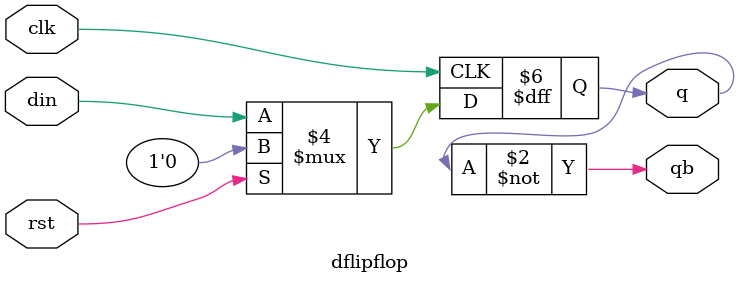
<source format=v>
module Tflipflop(t,clk,rst,q,qb );
input t,clk,rst;
output q;
output qb;
xor XOR(w,q,t);
dflipflop DF(clk,rst,w,q,qb);
endmodule
module dflipflop(clk,rst,din,q,qb);
input  din,clk,rst;
output reg q;
output qb;
always@(posedge clk )
begin
if(rst)
  q<=1'b0;
  else
  q<=din;
end
assign qb=~q;
endmodule

</source>
